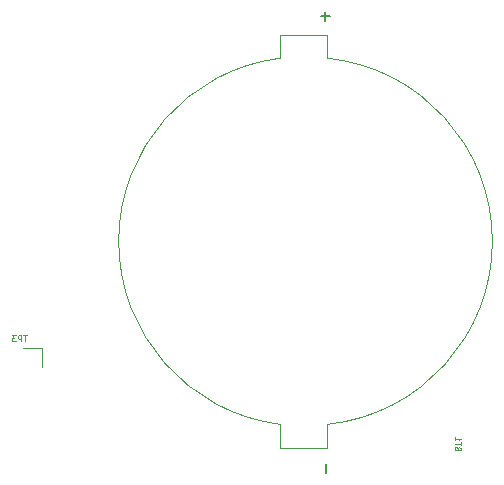
<source format=gbr>
%TF.GenerationSoftware,KiCad,Pcbnew,(6.0.0)*%
%TF.CreationDate,2022-06-10T16:52:28+01:00*%
%TF.ProjectId,flora,666c6f72-612e-46b6-9963-61645f706362,B*%
%TF.SameCoordinates,Original*%
%TF.FileFunction,Legend,Bot*%
%TF.FilePolarity,Positive*%
%FSLAX46Y46*%
G04 Gerber Fmt 4.6, Leading zero omitted, Abs format (unit mm)*
G04 Created by KiCad (PCBNEW (6.0.0)) date 2022-06-10 16:52:28*
%MOMM*%
%LPD*%
G01*
G04 APERTURE LIST*
%ADD10C,0.035000*%
%ADD11C,0.150000*%
%ADD12C,0.120000*%
G04 APERTURE END LIST*
D10*
%TO.C,BT1*%
X217234635Y-154442857D02*
X217210825Y-154371428D01*
X217187016Y-154347619D01*
X217139397Y-154323809D01*
X217067968Y-154323809D01*
X217020349Y-154347619D01*
X216996540Y-154371428D01*
X216972730Y-154419047D01*
X216972730Y-154609523D01*
X217472730Y-154609523D01*
X217472730Y-154442857D01*
X217448921Y-154395238D01*
X217425111Y-154371428D01*
X217377492Y-154347619D01*
X217329873Y-154347619D01*
X217282254Y-154371428D01*
X217258444Y-154395238D01*
X217234635Y-154442857D01*
X217234635Y-154609523D01*
X217472730Y-154180952D02*
X217472730Y-153895238D01*
X216972730Y-154038095D02*
X217472730Y-154038095D01*
X216972730Y-153466666D02*
X216972730Y-153752380D01*
X216972730Y-153609523D02*
X217472730Y-153609523D01*
X217401301Y-153657142D01*
X217353682Y-153704761D01*
X217329873Y-153752380D01*
D11*
X206077492Y-156480952D02*
X206077492Y-155719047D01*
X206027492Y-118230952D02*
X206027492Y-117469047D01*
X205646540Y-117850000D02*
X206408444Y-117850000D01*
D10*
%TO.C,TP3*%
X180730952Y-144876190D02*
X180445238Y-144876190D01*
X180588095Y-145376190D02*
X180588095Y-144876190D01*
X180278571Y-145376190D02*
X180278571Y-144876190D01*
X180088095Y-144876190D01*
X180040476Y-144900000D01*
X180016666Y-144923809D01*
X179992857Y-144971428D01*
X179992857Y-145042857D01*
X180016666Y-145090476D01*
X180040476Y-145114285D01*
X180088095Y-145138095D01*
X180278571Y-145138095D01*
X179826190Y-144876190D02*
X179516666Y-144876190D01*
X179683333Y-145066666D01*
X179611904Y-145066666D01*
X179564285Y-145090476D01*
X179540476Y-145114285D01*
X179516666Y-145161904D01*
X179516666Y-145280952D01*
X179540476Y-145328571D01*
X179564285Y-145352380D01*
X179611904Y-145376190D01*
X179754761Y-145376190D01*
X179802380Y-145352380D01*
X179826190Y-145328571D01*
D12*
%TO.C,BT1*%
X206198921Y-154400000D02*
X206198921Y-152400000D01*
X202198921Y-154400000D02*
X206198921Y-154400000D01*
X206198921Y-121400000D02*
X206198921Y-119400000D01*
X202198921Y-152400000D02*
X202198921Y-154400000D01*
X206198921Y-119400000D02*
X202198921Y-119400000D01*
X202198921Y-119400000D02*
X202198921Y-121400000D01*
X206198921Y-152400000D02*
G75*
G03*
X206198921Y-121400000I-1612777J15500000D01*
G01*
X202198921Y-121400000D02*
G75*
G03*
X202198921Y-152400000I1953927J-15500000D01*
G01*
%TO.C,TP3*%
X182000000Y-145950000D02*
X182000000Y-147550000D01*
X182000000Y-145950000D02*
X180400000Y-145950000D01*
%TD*%
M02*

</source>
